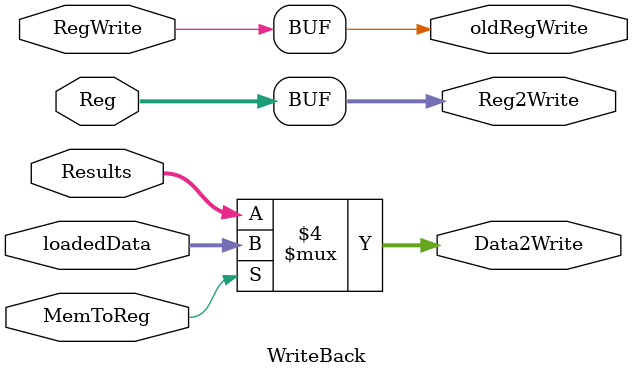
<source format=v>
module WriteBack(Reg, loadedData, Results, MemToReg, RegWrite,
	  Data2Write, Reg2Write, oldRegWrite);

  input /*reg*/ [4:0] Reg;
  input /*reg*/ [63:0] loadedData, Results;
  input /*reg*/ MemToReg, RegWrite;
  output reg [63:0] Data2Write;
  output reg [4:0] Reg2Write;
  output reg oldRegWrite;

  always @(*)
  begin
	  #1
	  oldRegWrite <= RegWrite;
	  Reg2Write <= Reg;

	  if (MemToReg == 0)
		  Data2Write = Results;
	  else
		  Data2Write = loadedData;
	
  end
endmodule

</source>
